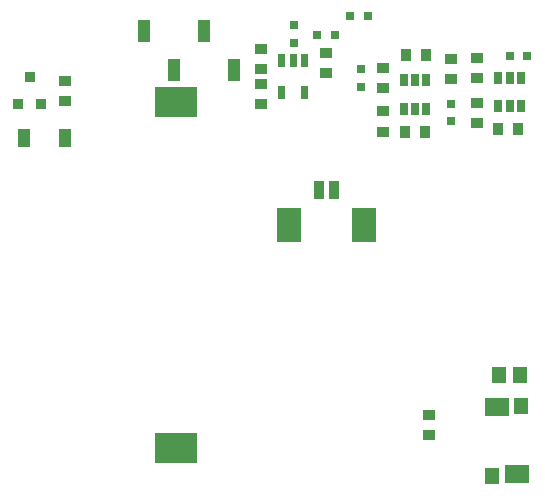
<source format=gbr>
G04 Layer_Color=128*
%FSLAX45Y45*%
%MOMM*%
%TF.FileFunction,Paste,Bot*%
%TF.Part,Single*%
G01*
G75*
%TA.AperFunction,SMDPad,CuDef*%
%ADD17R,0.80000X0.80000*%
%ADD18R,0.80000X0.80000*%
%ADD20R,0.65000X1.10000*%
%ADD21R,3.60000X2.60000*%
%ADD22R,1.10000X1.60000*%
%ADD23R,2.10000X3.00000*%
%ADD24R,0.81000X1.60000*%
%ADD25R,0.90000X0.95000*%
%ADD26R,0.90000X0.95001*%
%ADD28R,0.90000X1.00000*%
%ADD29R,1.00000X0.90000*%
%ADD30R,1.20000X1.40000*%
%ADD31R,2.00000X1.65000*%
%ADD32R,1.15000X1.40000*%
%ADD33R,1.00000X1.91000*%
G36*
X2851972Y5189892D02*
X2791972D01*
Y5299892D01*
X2851972D01*
Y5189892D01*
D02*
G37*
G36*
X2661972D02*
X2601972D01*
Y5299892D01*
X2661972D01*
Y5189892D01*
D02*
G37*
G36*
Y5459892D02*
X2601972D01*
Y5569892D01*
X2661972D01*
Y5459892D01*
D02*
G37*
G36*
X2851972D02*
X2791972D01*
Y5569892D01*
X2851972D01*
Y5459892D01*
D02*
G37*
G36*
X2756972D02*
X2696972D01*
Y5569892D01*
X2756972D01*
Y5459892D01*
D02*
G37*
D17*
X2730246Y5816670D02*
D03*
Y5666670D02*
D03*
X3301072Y5442969D02*
D03*
Y5292967D02*
D03*
X4064702Y5149320D02*
D03*
Y4999318D02*
D03*
D18*
X3356680Y5889244D02*
D03*
X3206680D02*
D03*
X4710589Y5551204D02*
D03*
X4560587D02*
D03*
X3078226Y5732526D02*
D03*
X2928224D02*
D03*
D20*
X4654998Y5370000D02*
D03*
X4560002D02*
D03*
X4465001D02*
D03*
Y5130001D02*
D03*
X4560002D02*
D03*
X4654998D02*
D03*
X3852226Y5347968D02*
D03*
X3757225D02*
D03*
X3662224D02*
D03*
Y5107969D02*
D03*
X3757225D02*
D03*
X3852226D02*
D03*
D21*
X1731518Y5161895D02*
D03*
Y2231898D02*
D03*
D22*
X444999Y4859999D02*
D03*
X795001D02*
D03*
D23*
X3324082Y4125282D02*
D03*
X2689082D02*
D03*
D24*
X3069082Y4415282D02*
D03*
X2944082D02*
D03*
D25*
X495002Y5377498D02*
D03*
X590003Y5142503D02*
D03*
D26*
X400000Y5142497D02*
D03*
D28*
X3683598Y5563108D02*
D03*
X3853598D02*
D03*
X4462045Y4938261D02*
D03*
X4632047D02*
D03*
X3846068Y4912868D02*
D03*
X3676066D02*
D03*
D29*
X3491074Y4912968D02*
D03*
Y5082970D02*
D03*
X3491074Y5452968D02*
D03*
Y5282968D02*
D03*
X4281334Y4985002D02*
D03*
Y5154999D02*
D03*
X3004312Y5578676D02*
D03*
Y5408676D02*
D03*
X2458482Y5443084D02*
D03*
Y5613084D02*
D03*
X2458483Y5143082D02*
D03*
Y5313084D02*
D03*
X4064702Y5529411D02*
D03*
Y5359413D02*
D03*
X795001Y5345002D02*
D03*
Y5174999D02*
D03*
X4281334Y5365001D02*
D03*
Y5534999D02*
D03*
X3879999Y2345002D02*
D03*
Y2515000D02*
D03*
D30*
X4650000Y2850000D02*
D03*
X4470000D02*
D03*
D31*
X4620002Y2010002D02*
D03*
X4450000Y2579998D02*
D03*
D32*
X4410000Y1999999D02*
D03*
X4660002Y2590001D02*
D03*
D33*
X1462024Y5766124D02*
D03*
X1716024Y5437124D02*
D03*
X1970024Y5766124D02*
D03*
X2224024Y5437124D02*
D03*
%TF.MD5,1dfbf853ca750477f6a3ec23b051cce8*%
M02*

</source>
